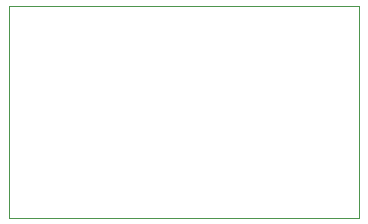
<source format=gbr>
%TF.GenerationSoftware,KiCad,Pcbnew,5.1.10*%
%TF.CreationDate,2021-07-28T16:13:43-07:00*%
%TF.ProjectId,exocam_charge_amp,65786f63-616d-45f6-9368-617267655f61,rev?*%
%TF.SameCoordinates,Original*%
%TF.FileFunction,Profile,NP*%
%FSLAX46Y46*%
G04 Gerber Fmt 4.6, Leading zero omitted, Abs format (unit mm)*
G04 Created by KiCad (PCBNEW 5.1.10) date 2021-07-28 16:13:43*
%MOMM*%
%LPD*%
G01*
G04 APERTURE LIST*
%TA.AperFunction,Profile*%
%ADD10C,0.050000*%
%TD*%
G04 APERTURE END LIST*
D10*
X45847000Y-73626000D02*
X75447000Y-73626000D01*
X45847000Y-55626000D02*
X45847000Y-73626000D01*
X75447000Y-55626000D02*
X75447000Y-73626000D01*
X45847000Y-55626000D02*
X75447000Y-55626000D01*
M02*

</source>
